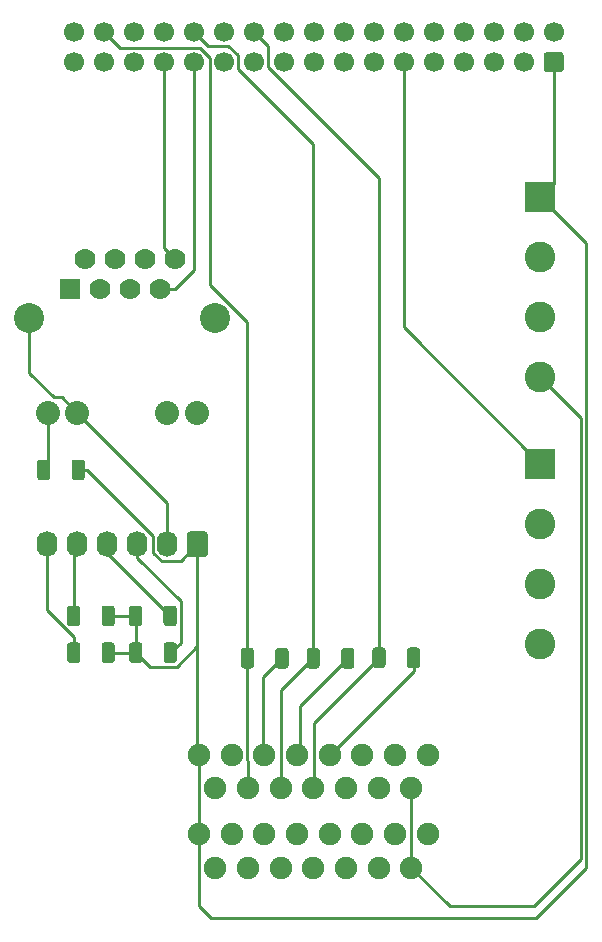
<source format=gbr>
%TF.GenerationSoftware,KiCad,Pcbnew,(5.1.9)-1*%
%TF.CreationDate,2021-06-09T13:11:05-04:00*%
%TF.ProjectId,encoder signal conditioner_rev7,656e636f-6465-4722-9073-69676e616c20,rev?*%
%TF.SameCoordinates,Original*%
%TF.FileFunction,Copper,L1,Top*%
%TF.FilePolarity,Positive*%
%FSLAX46Y46*%
G04 Gerber Fmt 4.6, Leading zero omitted, Abs format (unit mm)*
G04 Created by KiCad (PCBNEW (5.1.9)-1) date 2021-06-09 13:11:05*
%MOMM*%
%LPD*%
G01*
G04 APERTURE LIST*
%TA.AperFunction,ComponentPad*%
%ADD10C,1.900000*%
%TD*%
%TA.AperFunction,ComponentPad*%
%ADD11O,1.740000X2.190000*%
%TD*%
%TA.AperFunction,ComponentPad*%
%ADD12C,2.600000*%
%TD*%
%TA.AperFunction,ComponentPad*%
%ADD13R,2.600000X2.600000*%
%TD*%
%TA.AperFunction,ComponentPad*%
%ADD14C,2.540000*%
%TD*%
%TA.AperFunction,ComponentPad*%
%ADD15C,2.032000*%
%TD*%
%TA.AperFunction,ComponentPad*%
%ADD16C,1.778000*%
%TD*%
%TA.AperFunction,ComponentPad*%
%ADD17R,1.778000X1.778000*%
%TD*%
%TA.AperFunction,ComponentPad*%
%ADD18C,1.700000*%
%TD*%
%TA.AperFunction,Conductor*%
%ADD19C,0.250000*%
%TD*%
G04 APERTURE END LIST*
D10*
%TO.P,U1,B8*%
%TO.N,/5V*%
X117829540Y-112530400D03*
%TO.P,U1,A8*%
X117829540Y-119280400D03*
%TO.P,U1,B15*%
%TO.N,Net-(U1-PadB15)*%
X119214540Y-115370400D03*
%TO.P,U1,B7*%
%TO.N,Net-(U1-PadB7)*%
X120599540Y-112530400D03*
%TO.P,U1,B14*%
%TO.N,/B1*%
X121984540Y-115370400D03*
%TO.P,U1,B6*%
%TO.N,Net-(R4-Pad2)*%
X123369540Y-112530400D03*
%TO.P,U1,B13*%
%TO.N,/B2*%
X124754540Y-115370400D03*
%TO.P,U1,B5*%
%TO.N,Net-(R5-Pad2)*%
X126139540Y-112530400D03*
%TO.P,U1,B12*%
%TO.N,/B0*%
X127524540Y-115370400D03*
%TO.P,U1,B4*%
%TO.N,Net-(R6-Pad2)*%
X128909540Y-112530400D03*
%TO.P,U1,B11*%
%TO.N,Net-(U1-PadB11)*%
X130294540Y-115370400D03*
%TO.P,U1,B3*%
%TO.N,Net-(U1-PadB3)*%
X131679540Y-112530400D03*
%TO.P,U1,B10*%
%TO.N,Net-(U1-PadB10)*%
X133064540Y-115370400D03*
%TO.P,U1,B2*%
%TO.N,Net-(U1-PadB2)*%
X134449540Y-112530400D03*
%TO.P,U1,B9*%
%TO.N,/DGND*%
X135834540Y-115370400D03*
%TO.P,U1,B1*%
%TO.N,Net-(U1-PadB1)*%
X137219540Y-112530400D03*
%TO.P,U1,A15*%
%TO.N,Net-(U1-PadA15)*%
X119214540Y-122120400D03*
%TO.P,U1,A7*%
%TO.N,Net-(U1-PadA7)*%
X120599540Y-119280400D03*
%TO.P,U1,A14*%
%TO.N,/A1*%
X121984540Y-122120400D03*
%TO.P,U1,A6*%
%TO.N,Net-(R1-Pad2)*%
X123369540Y-119280400D03*
%TO.P,U1,A13*%
%TO.N,/A2*%
X124754540Y-122120400D03*
%TO.P,U1,A5*%
%TO.N,Net-(R2-Pad2)*%
X126139540Y-119280400D03*
%TO.P,U1,A12*%
%TO.N,/A0*%
X127524540Y-122120400D03*
%TO.P,U1,A4*%
%TO.N,Net-(R3-Pad2)*%
X128909540Y-119280400D03*
%TO.P,U1,A11*%
%TO.N,Net-(U1-PadA11)*%
X130294540Y-122120400D03*
%TO.P,U1,A3*%
%TO.N,Net-(U1-PadA3)*%
X131679540Y-119280400D03*
%TO.P,U1,A10*%
%TO.N,Net-(U1-PadA10)*%
X133064540Y-122120400D03*
%TO.P,U1,A2*%
%TO.N,Net-(U1-PadA2)*%
X134449540Y-119280400D03*
%TO.P,U1,A9*%
%TO.N,/DGND*%
X135834540Y-122120400D03*
%TO.P,U1,A1*%
%TO.N,Net-(U1-PadA1)*%
X137219540Y-119280400D03*
%TD*%
D11*
%TO.P,J2,6*%
%TO.N,/AI3*%
X105008600Y-94714060D03*
%TO.P,J2,5*%
%TO.N,/AI2*%
X107548600Y-94714060D03*
%TO.P,J2,4*%
%TO.N,/AI1*%
X110088600Y-94714060D03*
%TO.P,J2,3*%
%TO.N,/AI0*%
X112628600Y-94714060D03*
%TO.P,J2,2*%
%TO.N,/DGND*%
X115168600Y-94714060D03*
%TO.P,J2,1*%
%TO.N,/5V*%
%TA.AperFunction,ComponentPad*%
G36*
G01*
X118578600Y-93869059D02*
X118578600Y-95559061D01*
G75*
G02*
X118328601Y-95809060I-249999J0D01*
G01*
X117088599Y-95809060D01*
G75*
G02*
X116838600Y-95559061I0J249999D01*
G01*
X116838600Y-93869059D01*
G75*
G02*
X117088599Y-93619060I249999J0D01*
G01*
X118328601Y-93619060D01*
G75*
G02*
X118578600Y-93869059I0J-249999D01*
G01*
G37*
%TD.AperFunction*%
%TD*%
D12*
%TO.P,J4,4*%
%TO.N,/DGND*%
X146740880Y-80571340D03*
%TO.P,J4,3*%
%TO.N,/AGND*%
X146740880Y-75491340D03*
%TO.P,J4,2*%
%TO.N,/3.3V*%
X146740880Y-70411340D03*
D13*
%TO.P,J4,1*%
%TO.N,/5V*%
X146740880Y-65331340D03*
%TD*%
D12*
%TO.P,J5,4*%
%TO.N,/AO1*%
X146740880Y-103164640D03*
%TO.P,J5,3*%
%TO.N,/AO0*%
X146740880Y-98084640D03*
%TO.P,J5,2*%
%TO.N,/DIO15*%
X146740880Y-93004640D03*
D13*
%TO.P,J5,1*%
%TO.N,/DIO0*%
X146740880Y-87924640D03*
%TD*%
%TO.P,120,2*%
%TO.N,Net-(R4-Pad2)*%
%TA.AperFunction,SMDPad,CuDef*%
G36*
G01*
X124302820Y-104991062D02*
X124302820Y-103741058D01*
G75*
G02*
X124552818Y-103491060I249998J0D01*
G01*
X125177822Y-103491060D01*
G75*
G02*
X125427820Y-103741058I0J-249998D01*
G01*
X125427820Y-104991062D01*
G75*
G02*
X125177822Y-105241060I-249998J0D01*
G01*
X124552818Y-105241060D01*
G75*
G02*
X124302820Y-104991062I0J249998D01*
G01*
G37*
%TD.AperFunction*%
%TO.P,120,1*%
%TO.N,/B1*%
%TA.AperFunction,SMDPad,CuDef*%
G36*
G01*
X121377820Y-104991062D02*
X121377820Y-103741058D01*
G75*
G02*
X121627818Y-103491060I249998J0D01*
G01*
X122252822Y-103491060D01*
G75*
G02*
X122502820Y-103741058I0J-249998D01*
G01*
X122502820Y-104991062D01*
G75*
G02*
X122252822Y-105241060I-249998J0D01*
G01*
X121627818Y-105241060D01*
G75*
G02*
X121377820Y-104991062I0J249998D01*
G01*
G37*
%TD.AperFunction*%
%TD*%
%TO.P,120,2*%
%TO.N,Net-(R5-Pad2)*%
%TA.AperFunction,SMDPad,CuDef*%
G36*
G01*
X129873310Y-104991062D02*
X129873310Y-103741058D01*
G75*
G02*
X130123308Y-103491060I249998J0D01*
G01*
X130748312Y-103491060D01*
G75*
G02*
X130998310Y-103741058I0J-249998D01*
G01*
X130998310Y-104991062D01*
G75*
G02*
X130748312Y-105241060I-249998J0D01*
G01*
X130123308Y-105241060D01*
G75*
G02*
X129873310Y-104991062I0J249998D01*
G01*
G37*
%TD.AperFunction*%
%TO.P,120,1*%
%TO.N,/B2*%
%TA.AperFunction,SMDPad,CuDef*%
G36*
G01*
X126948310Y-104991062D02*
X126948310Y-103741058D01*
G75*
G02*
X127198308Y-103491060I249998J0D01*
G01*
X127823312Y-103491060D01*
G75*
G02*
X128073310Y-103741058I0J-249998D01*
G01*
X128073310Y-104991062D01*
G75*
G02*
X127823312Y-105241060I-249998J0D01*
G01*
X127198308Y-105241060D01*
G75*
G02*
X126948310Y-104991062I0J249998D01*
G01*
G37*
%TD.AperFunction*%
%TD*%
%TO.P,120,2*%
%TO.N,Net-(R6-Pad2)*%
%TA.AperFunction,SMDPad,CuDef*%
G36*
G01*
X135443800Y-104955502D02*
X135443800Y-103705498D01*
G75*
G02*
X135693798Y-103455500I249998J0D01*
G01*
X136318802Y-103455500D01*
G75*
G02*
X136568800Y-103705498I0J-249998D01*
G01*
X136568800Y-104955502D01*
G75*
G02*
X136318802Y-105205500I-249998J0D01*
G01*
X135693798Y-105205500D01*
G75*
G02*
X135443800Y-104955502I0J249998D01*
G01*
G37*
%TD.AperFunction*%
%TO.P,120,1*%
%TO.N,/B0*%
%TA.AperFunction,SMDPad,CuDef*%
G36*
G01*
X132518800Y-104955502D02*
X132518800Y-103705498D01*
G75*
G02*
X132768798Y-103455500I249998J0D01*
G01*
X133393802Y-103455500D01*
G75*
G02*
X133643800Y-103705498I0J-249998D01*
G01*
X133643800Y-104955502D01*
G75*
G02*
X133393802Y-105205500I-249998J0D01*
G01*
X132768798Y-105205500D01*
G75*
G02*
X132518800Y-104955502I0J249998D01*
G01*
G37*
%TD.AperFunction*%
%TD*%
%TO.P,R7,2*%
%TO.N,/AI3*%
%TA.AperFunction,SMDPad,CuDef*%
G36*
G01*
X107794760Y-103278778D02*
X107794760Y-104528782D01*
G75*
G02*
X107544762Y-104778780I-249998J0D01*
G01*
X106919758Y-104778780D01*
G75*
G02*
X106669760Y-104528782I0J249998D01*
G01*
X106669760Y-103278778D01*
G75*
G02*
X106919758Y-103028780I249998J0D01*
G01*
X107544762Y-103028780D01*
G75*
G02*
X107794760Y-103278778I0J-249998D01*
G01*
G37*
%TD.AperFunction*%
%TO.P,R7,1*%
%TO.N,/5V*%
%TA.AperFunction,SMDPad,CuDef*%
G36*
G01*
X110719760Y-103278778D02*
X110719760Y-104528782D01*
G75*
G02*
X110469762Y-104778780I-249998J0D01*
G01*
X109844758Y-104778780D01*
G75*
G02*
X109594760Y-104528782I0J249998D01*
G01*
X109594760Y-103278778D01*
G75*
G02*
X109844758Y-103028780I249998J0D01*
G01*
X110469762Y-103028780D01*
G75*
G02*
X110719760Y-103278778I0J-249998D01*
G01*
G37*
%TD.AperFunction*%
%TD*%
%TO.P,R8,2*%
%TO.N,/AI2*%
%TA.AperFunction,SMDPad,CuDef*%
G36*
G01*
X107789140Y-100157118D02*
X107789140Y-101407122D01*
G75*
G02*
X107539142Y-101657120I-249998J0D01*
G01*
X106914138Y-101657120D01*
G75*
G02*
X106664140Y-101407122I0J249998D01*
G01*
X106664140Y-100157118D01*
G75*
G02*
X106914138Y-99907120I249998J0D01*
G01*
X107539142Y-99907120D01*
G75*
G02*
X107789140Y-100157118I0J-249998D01*
G01*
G37*
%TD.AperFunction*%
%TO.P,R8,1*%
%TO.N,/5V*%
%TA.AperFunction,SMDPad,CuDef*%
G36*
G01*
X110714140Y-100157118D02*
X110714140Y-101407122D01*
G75*
G02*
X110464142Y-101657120I-249998J0D01*
G01*
X109839138Y-101657120D01*
G75*
G02*
X109589140Y-101407122I0J249998D01*
G01*
X109589140Y-100157118D01*
G75*
G02*
X109839138Y-99907120I249998J0D01*
G01*
X110464142Y-99907120D01*
G75*
G02*
X110714140Y-100157118I0J-249998D01*
G01*
G37*
%TD.AperFunction*%
%TD*%
%TO.P,R9,2*%
%TO.N,/AI1*%
%TA.AperFunction,SMDPad,CuDef*%
G36*
G01*
X114831700Y-101407122D02*
X114831700Y-100157118D01*
G75*
G02*
X115081698Y-99907120I249998J0D01*
G01*
X115706702Y-99907120D01*
G75*
G02*
X115956700Y-100157118I0J-249998D01*
G01*
X115956700Y-101407122D01*
G75*
G02*
X115706702Y-101657120I-249998J0D01*
G01*
X115081698Y-101657120D01*
G75*
G02*
X114831700Y-101407122I0J249998D01*
G01*
G37*
%TD.AperFunction*%
%TO.P,R9,1*%
%TO.N,/5V*%
%TA.AperFunction,SMDPad,CuDef*%
G36*
G01*
X111906700Y-101407122D02*
X111906700Y-100157118D01*
G75*
G02*
X112156698Y-99907120I249998J0D01*
G01*
X112781702Y-99907120D01*
G75*
G02*
X113031700Y-100157118I0J-249998D01*
G01*
X113031700Y-101407122D01*
G75*
G02*
X112781702Y-101657120I-249998J0D01*
G01*
X112156698Y-101657120D01*
G75*
G02*
X111906700Y-101407122I0J249998D01*
G01*
G37*
%TD.AperFunction*%
%TD*%
%TO.P,R10,2*%
%TO.N,/AI0*%
%TA.AperFunction,SMDPad,CuDef*%
G36*
G01*
X114852020Y-104528782D02*
X114852020Y-103278778D01*
G75*
G02*
X115102018Y-103028780I249998J0D01*
G01*
X115727022Y-103028780D01*
G75*
G02*
X115977020Y-103278778I0J-249998D01*
G01*
X115977020Y-104528782D01*
G75*
G02*
X115727022Y-104778780I-249998J0D01*
G01*
X115102018Y-104778780D01*
G75*
G02*
X114852020Y-104528782I0J249998D01*
G01*
G37*
%TD.AperFunction*%
%TO.P,R10,1*%
%TO.N,/5V*%
%TA.AperFunction,SMDPad,CuDef*%
G36*
G01*
X111927020Y-104528782D02*
X111927020Y-103278778D01*
G75*
G02*
X112177018Y-103028780I249998J0D01*
G01*
X112802022Y-103028780D01*
G75*
G02*
X113052020Y-103278778I0J-249998D01*
G01*
X113052020Y-104528782D01*
G75*
G02*
X112802022Y-104778780I-249998J0D01*
G01*
X112177018Y-104778780D01*
G75*
G02*
X111927020Y-104528782I0J249998D01*
G01*
G37*
%TD.AperFunction*%
%TD*%
%TO.P,270,2*%
%TO.N,/5V*%
%TA.AperFunction,SMDPad,CuDef*%
G36*
G01*
X107059300Y-89042402D02*
X107059300Y-87792398D01*
G75*
G02*
X107309298Y-87542400I249998J0D01*
G01*
X107934302Y-87542400D01*
G75*
G02*
X108184300Y-87792398I0J-249998D01*
G01*
X108184300Y-89042402D01*
G75*
G02*
X107934302Y-89292400I-249998J0D01*
G01*
X107309298Y-89292400D01*
G75*
G02*
X107059300Y-89042402I0J249998D01*
G01*
G37*
%TD.AperFunction*%
%TO.P,270,1*%
%TO.N,Net-(J1-Pad12)*%
%TA.AperFunction,SMDPad,CuDef*%
G36*
G01*
X104134300Y-89042402D02*
X104134300Y-87792398D01*
G75*
G02*
X104384298Y-87542400I249998J0D01*
G01*
X105009302Y-87542400D01*
G75*
G02*
X105259300Y-87792398I0J-249998D01*
G01*
X105259300Y-89042402D01*
G75*
G02*
X105009302Y-89292400I-249998J0D01*
G01*
X104384298Y-89292400D01*
G75*
G02*
X104134300Y-89042402I0J249998D01*
G01*
G37*
%TD.AperFunction*%
%TD*%
D14*
%TO.P,J1,SH*%
%TO.N,/DGND*%
X119227600Y-75565000D03*
X103479600Y-75565000D03*
D15*
%TO.P,J1,10*%
%TO.N,Net-(J1-Pad10)*%
X115138200Y-83566000D03*
%TO.P,J1,9*%
%TO.N,Net-(J1-Pad9)*%
X117652800Y-83566000D03*
%TO.P,J1,11*%
%TO.N,/DGND*%
X107543600Y-83566000D03*
%TO.P,J1,12*%
%TO.N,Net-(J1-Pad12)*%
X105029000Y-83566000D03*
D16*
%TO.P,J1,8*%
%TO.N,/DAC3_WRITE*%
X115798600Y-70561200D03*
%TO.P,J1,7*%
%TO.N,/DAC2_WRITE*%
X114528600Y-73101200D03*
%TO.P,J1,6*%
%TO.N,/DAC1_WRITE*%
X113258600Y-70561200D03*
%TO.P,J1,5*%
%TO.N,/DAC_CLK*%
X111988600Y-73101200D03*
%TO.P,J1,4*%
%TO.N,/CS*%
X110718600Y-70561200D03*
%TO.P,J1,3*%
%TO.N,/ADC_CLK*%
X109448600Y-73101200D03*
%TO.P,J1,2*%
%TO.N,/ADC_WRITE*%
X108178600Y-70561200D03*
D17*
%TO.P,J1,1*%
%TO.N,/ADC_READ*%
X106908600Y-73101200D03*
%TD*%
D18*
%TO.P,J3,34*%
%TO.N,/DIO15*%
X107231180Y-51358800D03*
%TO.P,J3,32*%
%TO.N,/B1*%
X109771180Y-51358800D03*
%TO.P,J3,30*%
%TO.N,Net-(J3-Pad30)*%
X112311180Y-51358800D03*
%TO.P,J3,28*%
%TO.N,Net-(J3-Pad28)*%
X114851180Y-51358800D03*
%TO.P,J3,26*%
%TO.N,/B2*%
X117391180Y-51358800D03*
%TO.P,J3,24*%
%TO.N,Net-(J3-Pad24)*%
X119931180Y-51358800D03*
%TO.P,J3,22*%
%TO.N,/B0*%
X122471180Y-51358800D03*
%TO.P,J3,20*%
%TO.N,Net-(J3-Pad20)*%
X125011180Y-51358800D03*
%TO.P,J3,18*%
%TO.N,/A0*%
X127551180Y-51358800D03*
%TO.P,J3,16*%
%TO.N,/DGND*%
X130091180Y-51358800D03*
%TO.P,J3,14*%
%TO.N,Net-(J3-Pad14)*%
X132631180Y-51358800D03*
%TO.P,J3,12*%
%TO.N,Net-(J3-Pad12)*%
X135171180Y-51358800D03*
%TO.P,J3,10*%
%TO.N,Net-(J3-Pad10)*%
X137711180Y-51358800D03*
%TO.P,J3,8*%
%TO.N,Net-(J3-Pad8)*%
X140251180Y-51358800D03*
%TO.P,J3,6*%
%TO.N,/AGND*%
X142791180Y-51358800D03*
%TO.P,J3,4*%
%TO.N,/AO1*%
X145331180Y-51358800D03*
%TO.P,J3,2*%
%TO.N,/AO0*%
X147871180Y-51358800D03*
%TO.P,J3,33*%
%TO.N,/3.3V*%
X107231180Y-53898800D03*
%TO.P,J3,31*%
%TO.N,/A1*%
X109771180Y-53898800D03*
%TO.P,J3,29*%
%TO.N,/A2*%
X112311180Y-53898800D03*
%TO.P,J3,27*%
%TO.N,/DAC3_WRITE*%
X114851180Y-53898800D03*
%TO.P,J3,25*%
%TO.N,/DAC2_WRITE*%
X117391180Y-53898800D03*
%TO.P,J3,23*%
%TO.N,/DAC1_WRITE*%
X119931180Y-53898800D03*
%TO.P,J3,21*%
%TO.N,/DAC_CLK*%
X122471180Y-53898800D03*
%TO.P,J3,19*%
%TO.N,/CS*%
X125011180Y-53898800D03*
%TO.P,J3,17*%
%TO.N,/ADC_CLK*%
X127551180Y-53898800D03*
%TO.P,J3,15*%
%TO.N,/ADC_WRITE*%
X130091180Y-53898800D03*
%TO.P,J3,13*%
%TO.N,/ADC_READ*%
X132631180Y-53898800D03*
%TO.P,J3,11*%
%TO.N,/DIO0*%
X135171180Y-53898800D03*
%TO.P,J3,9*%
%TO.N,/AI3*%
X137711180Y-53898800D03*
%TO.P,J3,7*%
%TO.N,/AI2*%
X140251180Y-53898800D03*
%TO.P,J3,5*%
%TO.N,/AI1*%
X142791180Y-53898800D03*
%TO.P,J3,3*%
%TO.N,/AI0*%
X145331180Y-53898800D03*
%TO.P,J3,1*%
%TO.N,/5V*%
%TA.AperFunction,ComponentPad*%
G36*
G01*
X148471180Y-54748800D02*
X147271180Y-54748800D01*
G75*
G02*
X147021180Y-54498800I0J250000D01*
G01*
X147021180Y-53298800D01*
G75*
G02*
X147271180Y-53048800I250000J0D01*
G01*
X148471180Y-53048800D01*
G75*
G02*
X148721180Y-53298800I0J-250000D01*
G01*
X148721180Y-54498800D01*
G75*
G02*
X148471180Y-54748800I-250000J0D01*
G01*
G37*
%TD.AperFunction*%
%TD*%
D19*
%TO.N,/DGND*%
X115168600Y-91191000D02*
X107543600Y-83566000D01*
X115168600Y-94714060D02*
X115168600Y-91191000D01*
X135834540Y-122120400D02*
X135834540Y-115370400D01*
X150200360Y-84030820D02*
X146740880Y-80571340D01*
X150200360Y-121378980D02*
X150200360Y-84030820D01*
X146232880Y-125346460D02*
X150200360Y-121378980D01*
X139060600Y-125346460D02*
X146232880Y-125346460D01*
X135834540Y-122120400D02*
X139060600Y-125346460D01*
X103479600Y-75565000D02*
X103479600Y-80179090D01*
X105525509Y-82224999D02*
X106202599Y-82224999D01*
X106202599Y-82224999D02*
X107543600Y-83566000D01*
X103479600Y-80179090D02*
X105525509Y-82224999D01*
%TO.N,Net-(J1-Pad12)*%
X104902000Y-88460580D02*
X104917240Y-88475820D01*
X105029000Y-88085200D02*
X104696800Y-88417400D01*
X105029000Y-83566000D02*
X105029000Y-88085200D01*
%TO.N,/DAC3_WRITE*%
X114851180Y-69613780D02*
X115798600Y-70561200D01*
X114851180Y-53898800D02*
X114851180Y-69613780D01*
%TO.N,/DAC2_WRITE*%
X115785835Y-73101200D02*
X114528600Y-73101200D01*
X117391180Y-71495855D02*
X115785835Y-73101200D01*
X117391180Y-53898800D02*
X117391180Y-71495855D01*
%TO.N,/AI3*%
X107232260Y-102538430D02*
X107232260Y-103903780D01*
X105008600Y-100314770D02*
X107232260Y-102538430D01*
X105008600Y-94714060D02*
X105008600Y-100314770D01*
%TO.N,/AI2*%
X107226640Y-95036020D02*
X107548600Y-94714060D01*
X107226640Y-100782120D02*
X107226640Y-95036020D01*
%TO.N,/AI1*%
X109901260Y-94901400D02*
X110088600Y-94714060D01*
X110088600Y-95476520D02*
X110088600Y-94714060D01*
X115394200Y-100782120D02*
X110088600Y-95476520D01*
%TO.N,/AI0*%
X112628600Y-94714060D02*
X112628600Y-95849360D01*
X116281710Y-99502470D02*
X116281710Y-103036590D01*
X116281710Y-103036590D02*
X115414520Y-103903780D01*
X112628600Y-95849360D02*
X116281710Y-99502470D01*
%TO.N,/5V*%
X110136860Y-100774730D02*
X110151640Y-100789510D01*
X110157260Y-103712740D02*
X110157260Y-103903780D01*
X112469200Y-100585460D02*
X112469200Y-100782120D01*
X110151640Y-100782120D02*
X112469200Y-100782120D01*
X112469200Y-103883460D02*
X112489520Y-103903780D01*
X112469200Y-100782120D02*
X112469200Y-103883460D01*
X112489520Y-103903780D02*
X110157260Y-103903780D01*
X113689530Y-105103790D02*
X112489520Y-103903780D01*
X117708600Y-103360390D02*
X115965200Y-105103790D01*
X115965200Y-105103790D02*
X113689530Y-105103790D01*
X116288590Y-96134070D02*
X117708600Y-94714060D01*
X114673611Y-96134070D02*
X116288590Y-96134070D01*
X113973590Y-93994071D02*
X113973590Y-95434049D01*
X108396919Y-88417400D02*
X113973590Y-93994071D01*
X113973590Y-95434049D02*
X114673611Y-96134070D01*
X107621800Y-88417400D02*
X108396919Y-88417400D01*
X117708600Y-94714060D02*
X117708600Y-102141100D01*
X147871180Y-64201040D02*
X146740880Y-65331340D01*
X147871180Y-53898800D02*
X147871180Y-64201040D01*
X117829540Y-112530400D02*
X117829540Y-119280400D01*
X117708600Y-112409460D02*
X117829540Y-112530400D01*
X117708600Y-103134080D02*
X117708600Y-112409460D01*
X117708600Y-102141100D02*
X117708600Y-103134080D01*
X117708600Y-103134080D02*
X117708600Y-103360390D01*
X150650369Y-69240829D02*
X146740880Y-65331340D01*
X150650369Y-122107531D02*
X150650369Y-69240829D01*
X146390360Y-126367540D02*
X150650369Y-122107531D01*
X118849140Y-126367540D02*
X146390360Y-126367540D01*
X117829540Y-125347940D02*
X118849140Y-126367540D01*
X117829540Y-119280400D02*
X117829540Y-125347940D01*
%TO.N,/B1*%
X121940320Y-75917118D02*
X121940320Y-104366060D01*
X118756179Y-72732977D02*
X121940320Y-75917118D01*
X117955181Y-52723799D02*
X118756179Y-53524797D01*
X118756179Y-53524797D02*
X118756179Y-72732977D01*
X111136179Y-52723799D02*
X117955181Y-52723799D01*
X109771180Y-51358800D02*
X111136179Y-52723799D01*
X121984540Y-113032402D02*
X121984540Y-115370400D01*
X121940320Y-112988182D02*
X121984540Y-113032402D01*
X121940320Y-104366060D02*
X121940320Y-112988182D01*
%TO.N,/B2*%
X127510810Y-60867430D02*
X121106181Y-54462801D01*
X121106181Y-54462801D02*
X121106181Y-53334799D01*
X127510810Y-104366060D02*
X127510810Y-60867430D01*
X121106181Y-53334799D02*
X120305183Y-52533801D01*
X120305183Y-52533801D02*
X118566181Y-52533801D01*
X118566181Y-52533801D02*
X117391180Y-51358800D01*
X127510810Y-104366060D02*
X124815600Y-107061270D01*
X124815600Y-115309340D02*
X124754540Y-115370400D01*
X124815600Y-107061270D02*
X124815600Y-115309340D01*
%TO.N,/B0*%
X123646181Y-54272803D02*
X123646181Y-52533801D01*
X133081300Y-63707922D02*
X123646181Y-54272803D01*
X133081300Y-104330500D02*
X133081300Y-63707922D01*
X123646181Y-52533801D02*
X122471180Y-51358800D01*
X133081300Y-104330500D02*
X127538480Y-109873320D01*
X127538480Y-115356460D02*
X127524540Y-115370400D01*
X127538480Y-109873320D02*
X127538480Y-115356460D01*
%TO.N,/DIO0*%
X135171180Y-76354940D02*
X146740880Y-87924640D01*
X135171180Y-53898800D02*
X135171180Y-76354940D01*
%TO.N,Net-(R4-Pad2)*%
X124865320Y-104366060D02*
X123276360Y-105955020D01*
X123276360Y-112437220D02*
X123369540Y-112530400D01*
X123276360Y-105955020D02*
X123276360Y-112437220D01*
%TO.N,Net-(R5-Pad2)*%
X130435810Y-104366060D02*
X126354840Y-108447030D01*
X126354840Y-112315100D02*
X126139540Y-112530400D01*
X126354840Y-108447030D02*
X126354840Y-112315100D01*
%TO.N,Net-(R6-Pad2)*%
X136006300Y-105433640D02*
X128909540Y-112530400D01*
X136006300Y-104330500D02*
X136006300Y-105433640D01*
%TD*%
M02*

</source>
